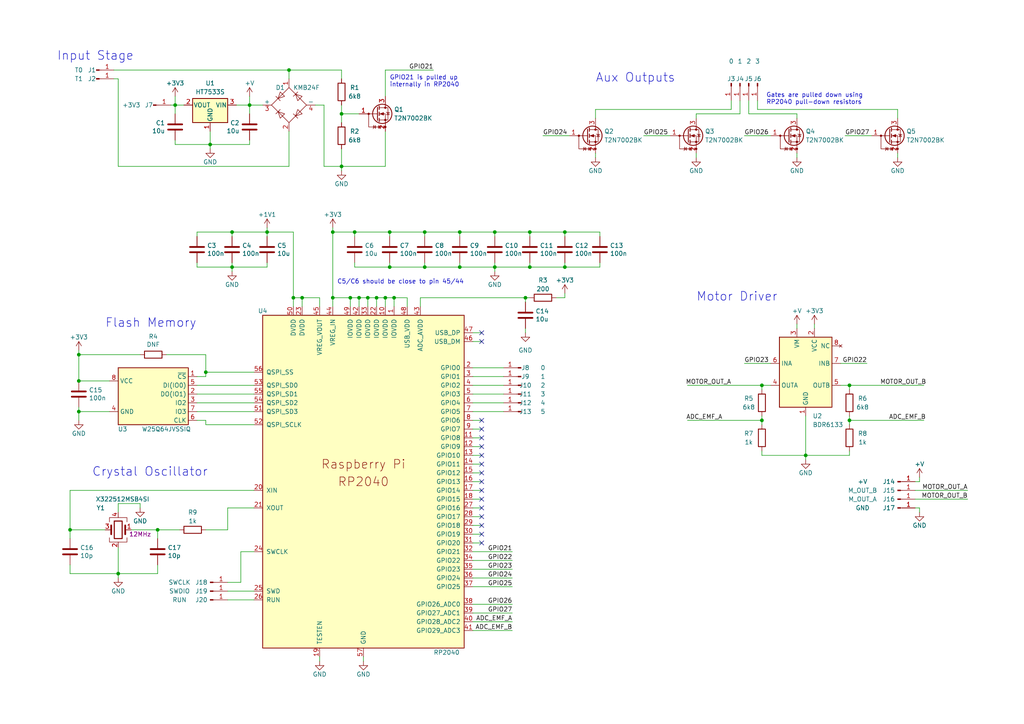
<source format=kicad_sch>
(kicad_sch (version 20230121) (generator eeschema)
  (paper "A4")
  (title_block (title "RP2040-Decoder") (date "2022-01-28") (rev "0.3"))
  (lib_symbols
    (symbol "Conn_01x01_Male_1" (pin_names (offset 1.016) hide)
      (property "Reference" "J1" (at -1.27 0 0))
      (property "Value" "DCC_0" (at -6.35 0 0))
      (symbol "Conn_01x01_Male_1_1_1"
        (polyline (pts (xy 1.27 0) (xy 0.8636 0)) (stroke (width 0.1524)))
        (rectangle (start 0.8636 0.127) (end 0 -0.127) (stroke (width 0.1524)) (fill (type outline)))
        (pin power_out line (at 5.08 0 180) (length 3.81) (name "Pin_1") (number "1"))
      )
    )
    (symbol "Conn_01x01_Male_2" (pin_names (offset 1.016) hide)
      (property "Reference" "J2" (at -1.27 0 0))
      (property "Value" "Conn_01x01_Male_2" (at -6.35 0 0))
      (symbol "Conn_01x01_Male_2_1_1"
        (polyline (pts (xy 1.27 0) (xy 0.8636 0)) (stroke (width 0.1524)))
        (rectangle (start 0.8636 0.127) (end 0 -0.127) (stroke (width 0.1524)) (fill (type outline)))
        (pin power_out line (at 5.08 0 180) (length 3.81) (name "Pin_1") (number "1"))
      )
    )
    (symbol "Connector:Conn_01x01_Male" (pin_names (offset 1.016) hide)
      (property "Reference" "J" (at 0 2.54 0))
      (property "Value" "Conn_01x01_Male" (at 0 -2.54 0))
      (symbol "Conn_01x01_Male_1_1"
        (polyline (pts (xy 1.27 0) (xy 0.8636 0)) (stroke (width 0.1524)))
        (rectangle (start 0.8636 0.127) (end 0 -0.127) (stroke (width 0.1524)) (fill (type outline)))
        (pin passive line (at 5.08 0 180) (length 3.81) (name "Pin_1") (number "1"))
      )
    )
    (symbol "Device:C" (pin_numbers hide) (pin_names (offset 0.254))
      (property "Reference" "C" (at 0.635 2.54 0))
      (property "Value" "C" (at 0.635 -2.54 0))
      (symbol "C_0_1"
        (polyline (pts (xy -2.032 -0.762) (xy 2.032 -0.762)) (stroke (width 0.508)))
        (polyline (pts (xy -2.032 0.762) (xy 2.032 0.762)) (stroke (width 0.508)))
      )
      (symbol "C_1_1"
        (pin passive line (at 0 3.81 270) (length 2.794) (name "~") (number "1"))
        (pin passive line (at 0 -3.81 90) (length 2.794) (name "~") (number "2"))
      )
    )
    (symbol "Device:R" (pin_numbers hide) (pin_names (offset 0))
      (property "Reference" "R" (at 2.032 0 90))
      (property "Value" "R" (at 0 0 90))
      (symbol "R_0_1"
        (rectangle (start -1.016 -2.54) (end 1.016 2.54) (stroke (width 0.254)))
      )
      (symbol "R_1_1"
        (pin passive line (at 0 3.81 270) (length 1.27) (name "~") (number "1"))
        (pin passive line (at 0 -3.81 90) (length 1.27) (name "~") (number "2"))
      )
    )
    (symbol "RP2040-Decoder_Additional_Symbols:+V" (power) (pin_names (offset 0))
      (property "Value" "+V" (at 0 3.556 0))
      (symbol "+V_0_1"
        (polyline (pts (xy -0.762 1.27) (xy 0 2.54)))
        (polyline (pts (xy 0 0) (xy 0 2.54)))
        (polyline (pts (xy 0 2.54) (xy 0.762 1.27)))
      )
      (symbol "+V_1_1"
        (pin power_in line (at 0 0 90) (length 0) hide (name "+V") (number "1"))
      )
    )
    (symbol "RP2040-Decoder_Additional_Symbols:BDR6133"
      (property "Reference" "U" (at 6.35 11.43 0))
      (property "Value" "BDR6133" (at -10.16 11.43 0))
      (symbol "BDR6133_0_1"
        (rectangle (start -7.62 10.16) (end 7.62 -10.16) (stroke (width 0.254)) (fill (type background)))
      )
      (symbol "BDR6133_1_1"
        (pin power_in line (at 0 -12.7 90) (length 2.54) (name "GND") (number "1"))
        (pin power_in line (at 2.54 12.7 270) (length 2.54) (name "VCC") (number "2"))
        (pin power_in line (at -2.54 12.7 270) (length 2.54) (name "VM") (number "3"))
        (pin output line (at -10.16 -3.81 0) (length 2.54) (name "OUTA") (number "4"))
        (pin output line (at 10.16 -3.81 180) (length 2.54) (name "OUTB") (number "5"))
        (pin input line (at -10.16 2.54 0) (length 2.54) (name "INA") (number "6"))
        (pin input line (at 10.16 2.54 180) (length 2.54) (name "INB") (number "7"))
        (pin no_connect line (at 10.16 7.62 180) (length 2.54) (name "NC") (number "8"))
        (pin passive line (at 0 -12.7 90) (length 2.54) hide (name "GND") (number "9"))
      )
    )
    (symbol "RP2040-Decoder_Additional_Symbols:HT7533S" (pin_names (offset 0.254))
      (property "Reference" "U" (at -3.81 3.175 0))
      (property "Value" "HT7533S" (at 0 3.175 0))
      (symbol "HT7533S_0_1"
        (rectangle (start -5.08 1.905) (end 5.08 -5.08) (stroke (width 0.254)) (fill (type background)))
      )
      (symbol "HT7533S_1_1"
        (pin power_in line (at 0 -7.62 90) (length 2.54) (name "GND") (number "1"))
        (pin power_out line (at 7.62 0 180) (length 2.54) (name "VOUT") (number "2"))
        (pin power_in line (at -7.62 0 0) (length 2.54) (name "VIN") (number "3"))
      )
    )
    (symbol "RP2040-Decoder_Additional_Symbols:KMB24F" (pin_names (offset 0))
      (property "Reference" "D" (at 2.54 6.985 0))
      (property "Value" "KMB24F" (at 2.54 5.08 0))
      (symbol "KMB24F_0_1"
        (polyline (pts (xy -2.54 3.81) (xy -1.27 2.54)))
        (polyline (pts (xy -1.27 -2.54) (xy -2.54 -3.81)))
        (polyline (pts (xy 2.54 -1.27) (xy 3.81 -2.54)))
        (polyline (pts (xy 2.54 1.27) (xy 3.81 2.54)))
        (polyline (pts (xy -3.81 2.54) (xy -2.54 1.27) (xy -1.905 3.175) (xy -3.81 2.54)))
        (polyline (pts (xy -2.54 -1.27) (xy -3.81 -2.54) (xy -1.905 -3.175) (xy -2.54 -1.27)))
        (polyline (pts (xy 1.27 2.54) (xy 2.54 3.81) (xy 3.175 1.905) (xy 1.27 2.54)))
        (polyline (pts (xy 3.175 -1.905) (xy 1.27 -2.54) (xy 2.54 -3.81) (xy 3.175 -1.905)))
        (polyline (pts (xy -5.08 0) (xy 0 -5.08) (xy 5.08 0) (xy 0 5.08) (xy -5.08 0)))
      )
      (symbol "KMB24F_1_1"
        (pin power_in line (at 0 -7.62 90) (length 2.54) (name "~") (number "1"))
        (pin power_in line (at 0 7.62 270) (length 2.54) (name "~") (number "2"))
        (pin power_out line (at 7.62 0 180) (length 2.54) (name "+") (number "3"))
        (pin power_out line (at -7.62 0 0) (length 2.54) (name "-") (number "4"))
      )
    )
    (symbol "RP2040-Decoder_Additional_Symbols:RP2040" (pin_names (offset 1.016))
      (property "Reference" "U" (at -29.21 49.53 0))
      (property "Value" "RP2040" (at 24.13 -49.53 0))
      (symbol "RP2040_0_0"
        (text "Raspberry Pi" (at 0 5.08 0) (effects (font (size 2.54 2.54))))
        (text "RP2040" (at 0 0 0) (effects (font (size 2.54 2.54))))
      )
      (symbol "RP2040_0_1"
        (rectangle (start 29.21 48.26) (end -29.21 -48.26) (stroke (width 0.254)) (fill (type background)))
      )
      (symbol "RP2040_1_1"
        (pin power_in line (at 8.89 50.8 270) (length 2.54) (name "IOVDD") (number "1"))
        (pin power_in line (at 6.35 50.8 270) (length 2.54) (name "IOVDD") (number "10"))
        (pin bidirectional line (at 31.75 12.7 180) (length 2.54) (name "GPIO8") (number "11"))
        (pin bidirectional line (at 31.75 10.16 180) (length 2.54) (name "GPIO9") (number "12"))
        (pin bidirectional line (at 31.75 7.62 180) (length 2.54) (name "GPIO10") (number "13"))
        (pin bidirectional line (at 31.75 5.08 180) (length 2.54) (name "GPIO11") (number "14"))
        (pin bidirectional line (at 31.75 2.54 180) (length 2.54) (name "GPIO12") (number "15"))
        (pin bidirectional line (at 31.75 0 180) (length 2.54) (name "GPIO13") (number "16"))
        (pin bidirectional line (at 31.75 -2.54 180) (length 2.54) (name "GPIO14") (number "17"))
        (pin bidirectional line (at 31.75 -5.08 180) (length 2.54) (name "GPIO15") (number "18"))
        (pin passive line (at -12.7 -50.8 90) (length 2.54) (name "TESTEN") (number "19"))
        (pin bidirectional line (at 31.75 33.02 180) (length 2.54) (name "GPIO0") (number "2"))
        (pin input line (at -31.75 -2.54 0) (length 2.54) (name "XIN") (number "20"))
        (pin passive line (at -31.75 -7.62 0) (length 2.54) (name "XOUT") (number "21"))
        (pin power_in line (at 3.81 50.8 270) (length 2.54) (name "IOVDD") (number "22"))
        (pin power_in line (at -17.78 50.8 270) (length 2.54) (name "DVDD") (number "23"))
        (pin output line (at -31.75 -20.32 0) (length 2.54) (name "SWCLK") (number "24"))
        (pin bidirectional line (at -31.75 -31.75 0) (length 2.54) (name "SWD") (number "25"))
        (pin input line (at -31.75 -34.29 0) (length 2.54) (name "RUN") (number "26"))
        (pin bidirectional line (at 31.75 -7.62 180) (length 2.54) (name "GPIO16") (number "27"))
        (pin bidirectional line (at 31.75 -10.16 180) (length 2.54) (name "GPIO17") (number "28"))
        (pin bidirectional line (at 31.75 -12.7 180) (length 2.54) (name "GPIO18") (number "29"))
        (pin bidirectional line (at 31.75 30.48 180) (length 2.54) (name "GPIO1") (number "3"))
        (pin bidirectional line (at 31.75 -15.24 180) (length 2.54) (name "GPIO19") (number "30"))
        (pin bidirectional line (at 31.75 -17.78 180) (length 2.54) (name "GPIO20") (number "31"))
        (pin bidirectional line (at 31.75 -20.32 180) (length 2.54) (name "GPIO21") (number "32"))
        (pin power_in line (at 1.27 50.8 270) (length 2.54) (name "IOVDD") (number "33"))
        (pin bidirectional line (at 31.75 -22.86 180) (length 2.54) (name "GPIO22") (number "34"))
        (pin bidirectional line (at 31.75 -25.4 180) (length 2.54) (name "GPIO23") (number "35"))
        (pin bidirectional line (at 31.75 -27.94 180) (length 2.54) (name "GPIO24") (number "36"))
        (pin bidirectional line (at 31.75 -30.48 180) (length 2.54) (name "GPIO25") (number "37"))
        (pin bidirectional line (at 31.75 -35.56 180) (length 2.54) (name "GPIO26_ADC0") (number "38"))
        (pin bidirectional line (at 31.75 -38.1 180) (length 2.54) (name "GPIO27_ADC1") (number "39"))
        (pin bidirectional line (at 31.75 27.94 180) (length 2.54) (name "GPIO2") (number "4"))
        (pin bidirectional line (at 31.75 -40.64 180) (length 2.54) (name "GPIO28_ADC2") (number "40"))
        (pin bidirectional line (at 31.75 -43.18 180) (length 2.54) (name "GPIO29_ADC3") (number "41"))
        (pin power_in line (at -1.27 50.8 270) (length 2.54) (name "IOVDD") (number "42"))
        (pin power_in line (at 16.51 50.8 270) (length 2.54) (name "ADC_AVDD") (number "43"))
        (pin power_in line (at -8.89 50.8 270) (length 2.54) (name "VREG_IN") (number "44"))
        (pin power_out line (at -12.7 50.8 270) (length 2.54) (name "VREG_VOUT") (number "45"))
        (pin bidirectional line (at 31.75 40.64 180) (length 2.54) (name "USB_DM") (number "46"))
        (pin bidirectional line (at 31.75 43.18 180) (length 2.54) (name "USB_DP") (number "47"))
        (pin power_in line (at 12.7 50.8 270) (length 2.54) (name "USB_VDD") (number "48"))
        (pin power_in line (at -3.81 50.8 270) (length 2.54) (name "IOVDD") (number "49"))
        (pin bidirectional line (at 31.75 25.4 180) (length 2.54) (name "GPIO3") (number "5"))
        (pin power_in line (at -20.32 50.8 270) (length 2.54) (name "DVDD") (number "50"))
        (pin bidirectional line (at -31.75 20.32 0) (length 2.54) (name "QSPI_SD3") (number "51"))
        (pin output line (at -31.75 16.51 0) (length 2.54) (name "QSPI_SCLK") (number "52"))
        (pin bidirectional line (at -31.75 27.94 0) (length 2.54) (name "QSPI_SD0") (number "53"))
        (pin bidirectional line (at -31.75 22.86 0) (length 2.54) (name "QSPI_SD2") (number "54"))
        (pin bidirectional line (at -31.75 25.4 0) (length 2.54) (name "QSPI_SD1") (number "55"))
        (pin bidirectional line (at -31.75 31.75 0) (length 2.54) (name "QSPI_SS") (number "56"))
        (pin power_in line (at 0 -50.8 90) (length 2.54) (name "GND") (number "57"))
        (pin bidirectional line (at 31.75 22.86 180) (length 2.54) (name "GPIO4") (number "6"))
        (pin bidirectional line (at 31.75 20.32 180) (length 2.54) (name "GPIO5") (number "7"))
        (pin bidirectional line (at 31.75 17.78 180) (length 2.54) (name "GPIO6") (number "8"))
        (pin bidirectional line (at 31.75 15.24 180) (length 2.54) (name "GPIO7") (number "9"))
      )
    )
    (symbol "RP2040-Decoder_Additional_Symbols:T2N7002BK" (pin_names (offset 0) hide)
      (property "Reference" "Q" (at 5.08 1.905 0))
      (property "Value" "T2N7002BK" (at 5.08 0 0))
      (symbol "T2N7002BK_0_1"
        (polyline (pts (xy 2.54 -3.81) (xy -2.286 -3.81) (xy -2.286 0)))
      )
      (symbol "T2N7002BK_1_1"
        (circle (center -2.286 0) (radius 0.254) (fill (type outline)))
        (polyline (pts (xy 0.254 0) (xy -2.54 0)))
        (polyline (pts (xy 0.254 1.905) (xy 0.254 -1.905)) (stroke (width 0.254)))
        (polyline (pts (xy 0.762 -1.27) (xy 0.762 -2.286)) (stroke (width 0.254)))
        (polyline (pts (xy 0.762 0.508) (xy 0.762 -0.508)) (stroke (width 0.254)))
        (polyline (pts (xy 0.762 2.286) (xy 0.762 1.27)) (stroke (width 0.254)))
        (polyline (pts (xy 2.54 2.54) (xy 2.54 1.778)))
        (polyline (pts (xy 2.54 -2.54) (xy 2.54 0) (xy 0.762 0)))
        (polyline (pts (xy -1.016 -4.318) (xy -0.889 -4.191) (xy -0.889 -3.429) (xy -0.762 -3.302)))
        (polyline (pts (xy -0.889 -3.81) (xy -0.254 -4.191) (xy -0.254 -3.429) (xy -0.889 -3.81)))
        (polyline (pts (xy 0.762 -1.778) (xy 3.302 -1.778) (xy 3.302 1.778) (xy 0.762 1.778)))
        (polyline (pts (xy 1.016 0) (xy 2.032 0.381) (xy 2.032 -0.381) (xy 1.016 0)) (fill (type outline)))
        (polyline (pts (xy 1.143 -3.81) (xy 0.508 -3.429) (xy 0.508 -4.191) (xy 1.143 -3.81)))
        (polyline (pts (xy 1.27 -3.302) (xy 1.143 -3.429) (xy 1.143 -4.191) (xy 1.016 -4.318)))
        (polyline (pts (xy 2.794 0.508) (xy 2.921 0.381) (xy 3.683 0.381) (xy 3.81 0.254)))
        (polyline (pts (xy 3.302 0.381) (xy 2.921 -0.254) (xy 3.683 -0.254) (xy 3.302 0.381)))
        (circle (center 1.651 0) (radius 2.794) (stroke (width 0.254)))
        (circle (center 2.54 -3.81) (radius 0.254) (fill (type outline)))
        (circle (center 2.54 -1.778) (radius 0.254) (fill (type outline)))
        (circle (center 2.54 1.778) (radius 0.254) (fill (type outline)))
        (pin input line (at -5.08 0 0) (length 2.54) (name "G") (number "1"))
        (pin passive line (at 2.54 -5.08 90) (length 2.54) (name "S") (number "2"))
        (pin passive line (at 2.54 5.08 270) (length 2.54) (name "D") (number "3"))
      )
    )
    (symbol "RP2040-Decoder_Additional_Symbols:W25Q64JVSSIQ"
      (property "Reference" "U" (at -8.89 -10.16 0))
      (property "Value" "W25Q64JVSSIQ" (at 3.81 -10.16 0))
      (symbol "W25Q64JVSSIQ_0_1"
        (rectangle (start -10.16 7.62) (end 10.16 -8.89) (stroke (width 0.254)) (fill (type background)))
      )
      (symbol "W25Q64JVSSIQ_1_1"
        (pin input line (at 12.7 5.08 180) (length 2.54) (name "~{CS}") (number "1"))
        (pin bidirectional line (at 12.7 0 180) (length 2.54) (name "DO(IO1)") (number "2"))
        (pin bidirectional line (at 12.7 -2.54 180) (length 2.54) (name "IO2") (number "3"))
        (pin power_in line (at -12.7 -5.08 0) (length 2.54) (name "GND") (number "4"))
        (pin bidirectional line (at 12.7 2.54 180) (length 2.54) (name "DI(IO0)") (number "5"))
        (pin input line (at 12.7 -7.62 180) (length 2.54) (name "CLK") (number "6"))
        (pin bidirectional line (at 12.7 -5.08 180) (length 2.54) (name "IO3") (number "7"))
        (pin power_in line (at -12.7 3.81 0) (length 2.54) (name "VCC") (number "8"))
      )
    )
    (symbol "RP2040-Decoder_Additional_Symbols:X322512MSB4SI" (pin_names (offset 1.016) hide)
      (property "Reference" "Y" (at 3.175 5.08 0))
      (property "Value" "X322512MSB4SI" (at 3.175 3.175 0))
      (property "Frequency" "12MHz" (at 6.35 -2.54 0))
      (symbol "X322512MSB4SI_0_1"
        (rectangle (start -1.143 2.54) (end 1.143 -2.54) (stroke (width 0.3048)))
        (polyline (pts (xy -2.54 0) (xy -2.032 0)))
        (polyline (pts (xy -2.032 -1.27) (xy -2.032 1.27)) (stroke (width 0.508)))
        (polyline (pts (xy 0 -3.81) (xy 0 -3.556)))
        (polyline (pts (xy 0 3.556) (xy 0 3.81)))
        (polyline (pts (xy 2.032 -1.27) (xy 2.032 1.27)) (stroke (width 0.508)))
        (polyline (pts (xy 2.032 0) (xy 2.54 0)))
        (polyline (pts (xy -2.54 -2.286) (xy -2.54 -3.556) (xy 2.54 -3.556) (xy 2.54 -2.286)))
        (polyline (pts (xy -2.54 2.286) (xy -2.54 3.556) (xy 2.54 3.556) (xy 2.54 2.286)))
      )
      (symbol "X322512MSB4SI_1_1"
        (pin passive line (at -3.81 0 0) (length 1.27) (name "1") (number "1"))
        (pin passive line (at 0 5.08 270) (length 1.27) (name "2") (number "2"))
        (pin passive line (at 3.81 0 180) (length 1.27) (name "3") (number "3"))
        (pin passive line (at 0 -5.08 90) (length 1.27) (name "4") (number "4"))
      )
    )
    (symbol "R_1" (pin_numbers hide) (pin_names (offset 0))
      (property "Reference" "R3" (at 0 5.08 90))
      (property "Value" "200" (at 0 2.54 90))
      (symbol "R_1_0_1"
        (rectangle (start -1.016 -2.54) (end 1.016 2.54) (stroke (width 0.254)))
      )
      (symbol "R_1_1_1"
        (pin passive line (at 0 3.81 270) (length 1.27) (name "~") (number "1"))
        (pin power_out line (at 0 -3.81 90) (length 1.27) (name "~") (number "2"))
      )
    )
    (symbol "power:+1V1" (power) (pin_names (offset 0))
      (property "Value" "+1V1" (at 0 3.556 0))
      (symbol "+1V1_0_1"
        (polyline (pts (xy -0.762 1.27) (xy 0 2.54)))
        (polyline (pts (xy 0 0) (xy 0 2.54)))
        (polyline (pts (xy 0 2.54) (xy 0.762 1.27)))
      )
      (symbol "+1V1_1_1"
        (pin power_in line (at 0 0 90) (length 0) hide (name "+1V1") (number "1"))
      )
    )
    (symbol "power:+3V3" (power) (pin_names (offset 0))
      (property "Value" "+3V3" (at 0 3.556 0))
      (symbol "+3V3_0_1"
        (polyline (pts (xy -0.762 1.27) (xy 0 2.54)))
        (polyline (pts (xy 0 0) (xy 0 2.54)))
        (polyline (pts (xy 0 2.54) (xy 0.762 1.27)))
      )
      (symbol "+3V3_1_1"
        (pin power_in line (at 0 0 90) (length 0) hide (name "+3V3") (number "1"))
      )
    )
    (symbol "power:GND" (power) (pin_names (offset 0))
      (property "Value" "GND" (at 0 -3.81 0))
      (symbol "GND_0_1"
        (polyline (pts (xy 0 0) (xy 0 -1.27) (xy 1.27 -1.27) (xy 0 -2.54) (xy -1.27 -1.27) (xy 0 -1.27)))
      )
      (symbol "GND_1_1"
        (pin power_in line (at 0 0 270) (length 0) hide (name "GND") (number "1"))
      )
    )
  )
  (junction (at 153.67 77.47))
  (junction (at 163.83 67.31))
  (junction (at 114.3 86.36))
  (junction (at 113.03 77.47))
  (junction (at 99.06 48.26))
  (junction (at 152.4 86.36))
  (junction (at 153.67 67.31))
  (junction (at 20.32 153.67))
  (junction (at 133.35 67.31))
  (junction (at 102.87 67.31))
  (junction (at 123.19 67.31))
  (junction (at 83.82 20.32))
  (junction (at 233.68 132.08))
  (junction (at 143.51 77.47))
  (junction (at 67.31 77.47))
  (junction (at 111.76 86.36))
  (junction (at 85.09 86.36))
  (junction (at 67.31 67.31))
  (junction (at 104.14 86.36))
  (junction (at 50.8 30.48))
  (junction (at 34.29 166.37))
  (junction (at 22.86 119.38))
  (junction (at 60.96 41.91))
  (junction (at 87.63 86.36))
  (junction (at 96.52 67.31))
  (junction (at 246.38 111.76))
  (junction (at 99.06 33.02))
  (junction (at 109.22 86.36))
  (junction (at 143.51 67.31))
  (junction (at 45.72 153.67))
  (junction (at 96.52 86.36))
  (junction (at 77.47 67.31))
  (junction (at 163.83 77.47))
  (junction (at 22.86 102.87))
  (junction (at 246.38 121.92))
  (junction (at 133.35 77.47))
  (junction (at 123.19 77.47))
  (junction (at 101.6 86.36))
  (junction (at 22.86 110.49))
  (junction (at 106.68 86.36))
  (junction (at 113.03 67.31))
  (junction (at 220.98 121.92))
  (junction (at 59.69 107.95))
  (junction (at 220.98 111.76))
  (junction (at 72.39 30.48))
  (no_connect (at 139.7 154.94))
  (no_connect (at 139.7 142.24))
  (no_connect (at 139.7 121.92))
  (no_connect (at 139.7 137.16))
  (no_connect (at 139.7 144.78))
  (no_connect (at 139.7 139.7))
  (no_connect (at 139.7 147.32))
  (no_connect (at 139.7 152.4))
  (no_connect (at 139.7 129.54))
  (no_connect (at 139.7 99.06))
  (no_connect (at 139.7 134.62))
  (no_connect (at 139.7 124.46))
  (no_connect (at 139.7 127))
  (no_connect (at 139.7 96.52))
  (no_connect (at 139.7 157.48))
  (no_connect (at 139.7 132.08))
  (no_connect (at 139.7 149.86))
  (wire (pts (xy 246.38 113.03) (xy 246.38 111.76)))
  (wire (pts (xy 152.4 86.36) (xy 153.67 86.36)))
  (wire (pts (xy 59.69 107.95) (xy 73.66 107.95)))
  (wire (pts (xy 233.68 132.08) (xy 220.98 132.08)))
  (wire (pts (xy 121.92 86.36) (xy 152.4 86.36)))
  (wire (pts (xy 260.35 44.45) (xy 260.35 45.72)))
  (wire (pts (xy 92.71 190.5) (xy 92.71 191.77)))
  (wire (pts (xy 34.29 48.26) (xy 83.82 48.26)))
  (wire (pts (xy 157.48 39.37) (xy 165.1 39.37)))
  (wire (pts (xy 102.87 68.58) (xy 102.87 67.31)))
  (wire (pts (xy 163.83 67.31) (xy 163.83 68.58)))
  (wire (pts (xy 143.51 78.74) (xy 143.51 77.47)))
  (wire (pts (xy 215.9 39.37) (xy 223.52 39.37)))
  (wire (pts (xy 199.39 121.92) (xy 220.98 121.92)))
  (wire (pts (xy 45.72 153.67) (xy 52.07 153.67)))
  (wire (pts (xy 101.6 86.36) (xy 104.14 86.36)))
  (wire (pts (xy 137.16 175.26) (xy 148.59 175.26)))
  (wire (pts (xy 67.31 67.31) (xy 77.47 67.31)))
  (wire (pts (xy 45.72 163.83) (xy 45.72 166.37)))
  (wire (pts (xy 111.76 86.36) (xy 111.76 88.9)))
  (wire (pts (xy 87.63 86.36) (xy 87.63 88.9)))
  (wire (pts (xy 60.96 41.91) (xy 72.39 41.91)))
  (wire (pts (xy 113.03 67.31) (xy 113.03 68.58)))
  (wire (pts (xy 96.52 86.36) (xy 96.52 88.9)))
  (wire (pts (xy 233.68 132.08) (xy 233.68 133.35)))
  (wire (pts (xy 34.29 146.05) (xy 40.64 146.05)))
  (wire (pts (xy 143.51 67.31) (xy 143.51 68.58)))
  (wire (pts (xy 67.31 77.47) (xy 67.31 76.2)))
  (wire (pts (xy 93.98 30.48) (xy 93.98 48.26)))
  (wire (pts (xy 137.16 157.48) (xy 139.7 157.48)))
  (wire (pts (xy 153.67 67.31) (xy 163.83 67.31)))
  (wire (pts (xy 67.31 67.31) (xy 67.31 68.58)))
  (wire (pts (xy 57.15 77.47) (xy 67.31 77.47)))
  (wire (pts (xy 214.63 29.21) (xy 214.63 33.02)))
  (wire (pts (xy 172.72 44.45) (xy 172.72 45.72)))
  (wire (pts (xy 163.83 86.36) (xy 163.83 85.09)))
  (wire (pts (xy 77.47 77.47) (xy 67.31 77.47)))
  (wire (pts (xy 153.67 77.47) (xy 163.83 77.47)))
  (wire (pts (xy 266.7 147.32) (xy 266.7 148.59)))
  (wire (pts (xy 231.14 33.02) (xy 231.14 34.29)))
  (wire (pts (xy 77.47 67.31) (xy 77.47 68.58)))
  (wire (pts (xy 69.85 168.91) (xy 69.85 160.02)))
  (wire (pts (xy 92.71 86.36) (xy 87.63 86.36)))
  (wire (pts (xy 96.52 67.31) (xy 96.52 86.36)))
  (wire (pts (xy 114.3 86.36) (xy 114.3 88.9)))
  (wire (pts (xy 137.16 177.8) (xy 148.59 177.8)))
  (wire (pts (xy 220.98 111.76) (xy 223.52 111.76)))
  (wire (pts (xy 113.03 76.2) (xy 113.03 77.47)))
  (wire (pts (xy 215.9 105.41) (xy 223.52 105.41)))
  (wire (pts (xy 105.41 190.5) (xy 105.41 191.77)))
  (wire (pts (xy 137.16 109.22) (xy 146.05 109.22)))
  (wire (pts (xy 57.15 68.58) (xy 57.15 67.31)))
  (wire (pts (xy 137.16 170.18) (xy 148.59 170.18)))
  (wire (pts (xy 33.02 20.32) (xy 83.82 20.32)))
  (wire (pts (xy 243.84 105.41) (xy 251.46 105.41)))
  (wire (pts (xy 34.29 166.37) (xy 45.72 166.37)))
  (wire (pts (xy 99.06 33.02) (xy 104.14 33.02)))
  (wire (pts (xy 137.16 149.86) (xy 139.7 149.86)))
  (wire (pts (xy 137.16 119.38) (xy 146.05 119.38)))
  (wire (pts (xy 137.16 111.76) (xy 146.05 111.76)))
  (wire (pts (xy 137.16 124.46) (xy 139.7 124.46)))
  (wire (pts (xy 66.04 171.45) (xy 73.66 171.45)))
  (wire (pts (xy 163.83 67.31) (xy 173.99 67.31)))
  (wire (pts (xy 45.72 153.67) (xy 45.72 156.21)))
  (wire (pts (xy 133.35 77.47) (xy 123.19 77.47)))
  (wire (pts (xy 66.04 168.91) (xy 69.85 168.91)))
  (wire (pts (xy 20.32 163.83) (xy 20.32 166.37)))
  (wire (pts (xy 20.32 153.67) (xy 30.48 153.67)))
  (wire (pts (xy 137.16 137.16) (xy 139.7 137.16)))
  (wire (pts (xy 72.39 30.48) (xy 68.58 30.48)))
  (wire (pts (xy 220.98 130.81) (xy 220.98 132.08)))
  (wire (pts (xy 20.32 166.37) (xy 34.29 166.37)))
  (wire (pts (xy 99.06 43.18) (xy 99.06 48.26)))
  (wire (pts (xy 152.4 95.25) (xy 152.4 96.52)))
  (wire (pts (xy 109.22 86.36) (xy 109.22 88.9)))
  (wire (pts (xy 59.69 153.67) (xy 66.04 153.67)))
  (wire (pts (xy 123.19 67.31) (xy 123.19 68.58)))
  (wire (pts (xy 201.93 33.02) (xy 214.63 33.02)))
  (wire (pts (xy 220.98 121.92) (xy 220.98 120.65)))
  (wire (pts (xy 57.15 116.84) (xy 73.66 116.84)))
  (wire (pts (xy 143.51 77.47) (xy 133.35 77.47)))
  (wire (pts (xy 76.2 30.48) (xy 72.39 30.48)))
  (wire (pts (xy 57.15 121.92) (xy 59.69 121.92)))
  (wire (pts (xy 31.75 110.49) (xy 22.86 110.49)))
  (wire (pts (xy 121.92 88.9) (xy 121.92 86.36)))
  (wire (pts (xy 137.16 167.64) (xy 148.59 167.64)))
  (wire (pts (xy 72.39 30.48) (xy 72.39 27.94)))
  (wire (pts (xy 265.43 147.32) (xy 266.7 147.32)))
  (wire (pts (xy 212.09 29.21) (xy 212.09 31.75)))
  (wire (pts (xy 137.16 165.1) (xy 148.59 165.1)))
  (wire (pts (xy 104.14 86.36) (xy 104.14 88.9)))
  (wire (pts (xy 83.82 20.32) (xy 99.06 20.32)))
  (wire (pts (xy 137.16 96.52) (xy 139.7 96.52)))
  (wire (pts (xy 111.76 38.1) (xy 111.76 48.26)))
  (wire (pts (xy 60.96 41.91) (xy 50.8 41.91)))
  (wire (pts (xy 102.87 67.31) (xy 113.03 67.31)))
  (wire (pts (xy 143.51 77.47) (xy 153.67 77.47)))
  (wire (pts (xy 173.99 77.47) (xy 163.83 77.47)))
  (wire (pts (xy 50.8 40.64) (xy 50.8 41.91)))
  (wire (pts (xy 212.09 31.75) (xy 172.72 31.75)))
  (wire (pts (xy 186.69 39.37) (xy 194.31 39.37)))
  (wire (pts (xy 246.38 111.76) (xy 267.97 111.76)))
  (wire (pts (xy 22.86 121.92) (xy 22.86 119.38)))
  (wire (pts (xy 38.1 153.67) (xy 45.72 153.67)))
  (wire (pts (xy 59.69 102.87) (xy 59.69 107.95)))
  (wire (pts (xy 20.32 153.67) (xy 20.32 156.21)))
  (wire (pts (xy 137.16 182.88) (xy 148.59 182.88)))
  (wire (pts (xy 220.98 123.19) (xy 220.98 121.92)))
  (wire (pts (xy 59.69 109.22) (xy 59.69 107.95)))
  (wire (pts (xy 113.03 77.47) (xy 123.19 77.47)))
  (wire (pts (xy 246.38 121.92) (xy 246.38 120.65)))
  (wire (pts (xy 137.16 152.4) (xy 139.7 152.4)))
  (wire (pts (xy 201.93 44.45) (xy 201.93 45.72)))
  (wire (pts (xy 266.7 138.43) (xy 266.7 139.7)))
  (wire (pts (xy 106.68 86.36) (xy 109.22 86.36)))
  (wire (pts (xy 137.16 132.08) (xy 139.7 132.08)))
  (wire (pts (xy 34.29 158.75) (xy 34.29 166.37)))
  (wire (pts (xy 102.87 77.47) (xy 102.87 76.2)))
  (wire (pts (xy 106.68 86.36) (xy 106.68 88.9)))
  (wire (pts (xy 20.32 142.24) (xy 20.32 153.67)))
  (wire (pts (xy 118.11 86.36) (xy 118.11 88.9)))
  (wire (pts (xy 22.86 119.38) (xy 22.86 118.11)))
  (wire (pts (xy 123.19 67.31) (xy 133.35 67.31)))
  (wire (pts (xy 137.16 116.84) (xy 146.05 116.84)))
  (wire (pts (xy 99.06 49.53) (xy 99.06 48.26)))
  (wire (pts (xy 22.86 102.87) (xy 40.64 102.87)))
  (wire (pts (xy 137.16 162.56) (xy 148.59 162.56)))
  (wire (pts (xy 219.71 29.21) (xy 219.71 31.75)))
  (wire (pts (xy 57.15 114.3) (xy 73.66 114.3)))
  (wire (pts (xy 173.99 67.31) (xy 173.99 68.58)))
  (wire (pts (xy 66.04 147.32) (xy 73.66 147.32)))
  (wire (pts (xy 123.19 76.2) (xy 123.19 77.47)))
  (wire (pts (xy 99.06 20.32) (xy 99.06 22.86)))
  (wire (pts (xy 87.63 86.36) (xy 85.09 86.36)))
  (wire (pts (xy 146.05 106.68) (xy 137.16 106.68)))
  (wire (pts (xy 60.96 41.91) (xy 60.96 43.18)))
  (wire (pts (xy 33.02 22.86) (xy 34.29 22.86)))
  (wire (pts (xy 73.66 142.24) (xy 20.32 142.24)))
  (wire (pts (xy 236.22 93.98) (xy 236.22 95.25)))
  (wire (pts (xy 199.39 111.76) (xy 220.98 111.76)))
  (wire (pts (xy 246.38 121.92) (xy 246.38 123.19)))
  (wire (pts (xy 57.15 76.2) (xy 57.15 77.47)))
  (wire (pts (xy 246.38 111.76) (xy 243.84 111.76)))
  (wire (pts (xy 260.35 31.75) (xy 260.35 34.29)))
  (wire (pts (xy 111.76 86.36) (xy 114.3 86.36)))
  (wire (pts (xy 57.15 111.76) (xy 73.66 111.76)))
  (wire (pts (xy 133.35 67.31) (xy 133.35 68.58)))
  (wire (pts (xy 83.82 38.1) (xy 83.82 48.26)))
  (wire (pts (xy 49.53 30.48) (xy 50.8 30.48)))
  (wire (pts (xy 280.67 144.78) (xy 265.43 144.78)))
  (wire (pts (xy 172.72 31.75) (xy 172.72 34.29)))
  (wire (pts (xy 92.71 86.36) (xy 92.71 88.9)))
  (wire (pts (xy 137.16 154.94) (xy 139.7 154.94)))
  (wire (pts (xy 266.7 139.7) (xy 265.43 139.7)))
  (wire (pts (xy 246.38 121.92) (xy 267.97 121.92)))
  (wire (pts (xy 173.99 76.2) (xy 173.99 77.47)))
  (wire (pts (xy 77.47 67.31) (xy 77.47 66.04)))
  (wire (pts (xy 102.87 77.47) (xy 113.03 77.47)))
  (wire (pts (xy 57.15 67.31) (xy 67.31 67.31)))
  (wire (pts (xy 133.35 67.31) (xy 143.51 67.31)))
  (wire (pts (xy 99.06 33.02) (xy 99.06 35.56)))
  (wire (pts (xy 245.11 39.37) (xy 252.73 39.37)))
  (wire (pts (xy 137.16 147.32) (xy 139.7 147.32)))
  (wire (pts (xy 219.71 31.75) (xy 260.35 31.75)))
  (wire (pts (xy 201.93 34.29) (xy 201.93 33.02)))
  (wire (pts (xy 231.14 44.45) (xy 231.14 45.72)))
  (wire (pts (xy 91.44 30.48) (xy 93.98 30.48)))
  (wire (pts (xy 109.22 86.36) (xy 111.76 86.36)))
  (wire (pts (xy 137.16 127) (xy 139.7 127)))
  (wire (pts (xy 77.47 67.31) (xy 85.09 67.31)))
  (wire (pts (xy 34.29 146.05) (xy 34.29 148.59)))
  (wire (pts (xy 57.15 109.22) (xy 59.69 109.22)))
  (wire (pts (xy 50.8 30.48) (xy 50.8 33.02)))
  (wire (pts (xy 153.67 77.47) (xy 153.67 76.2)))
  (wire (pts (xy 137.16 180.34) (xy 148.59 180.34)))
  (wire (pts (xy 67.31 78.74) (xy 67.31 77.47)))
  (wire (pts (xy 59.69 123.19) (xy 73.66 123.19)))
  (wire (pts (xy 137.16 139.7) (xy 139.7 139.7)))
  (wire (pts (xy 77.47 76.2) (xy 77.47 77.47)))
  (wire (pts (xy 217.17 33.02) (xy 231.14 33.02)))
  (wire (pts (xy 137.16 160.02) (xy 148.59 160.02)))
  (wire (pts (xy 57.15 119.38) (xy 73.66 119.38)))
  (wire (pts (xy 161.29 86.36) (xy 163.83 86.36)))
  (wire (pts (xy 137.16 121.92) (xy 139.7 121.92)))
  (wire (pts (xy 72.39 30.48) (xy 72.39 33.02)))
  (wire (pts (xy 220.98 113.03) (xy 220.98 111.76)))
  (wire (pts (xy 231.14 93.98) (xy 231.14 95.25)))
  (wire (pts (xy 280.67 142.24) (xy 265.43 142.24)))
  (wire (pts (xy 59.69 121.92) (xy 59.69 123.19)))
  (wire (pts (xy 104.14 86.36) (xy 106.68 86.36)))
  (wire (pts (xy 137.16 114.3) (xy 146.05 114.3)))
  (wire (pts (xy 133.35 76.2) (xy 133.35 77.47)))
  (wire (pts (xy 102.87 67.31) (xy 96.52 67.31)))
  (wire (pts (xy 137.16 129.54) (xy 139.7 129.54)))
  (wire (pts (xy 22.86 101.6) (xy 22.86 102.87)))
  (wire (pts (xy 137.16 99.06) (xy 139.7 99.06)))
  (wire (pts (xy 50.8 30.48) (xy 50.8 27.94)))
  (wire (pts (xy 137.16 142.24) (xy 139.7 142.24)))
  (wire (pts (xy 114.3 86.36) (xy 118.11 86.36)))
  (wire (pts (xy 101.6 86.36) (xy 96.52 86.36)))
  (wire (pts (xy 85.09 86.36) (xy 85.09 88.9)))
  (wire (pts (xy 69.85 160.02) (xy 73.66 160.02)))
  (wire (pts (xy 83.82 22.86) (xy 83.82 20.32)))
  (wire (pts (xy 72.39 40.64) (xy 72.39 41.91)))
  (wire (pts (xy 93.98 48.26) (xy 99.06 48.26)))
  (wire (pts (xy 34.29 166.37) (xy 34.29 167.64)))
  (wire (pts (xy 217.17 29.21) (xy 217.17 33.02)))
  (wire (pts (xy 66.04 153.67) (xy 66.04 147.32)))
  (wire (pts (xy 143.51 67.31) (xy 153.67 67.31)))
  (wire (pts (xy 40.64 146.05) (xy 40.64 147.32)))
  (wire (pts (xy 60.96 38.1) (xy 60.96 41.91)))
  (wire (pts (xy 53.34 30.48) (xy 50.8 30.48)))
  (wire (pts (xy 152.4 86.36) (xy 152.4 87.63)))
  (wire (pts (xy 137.16 134.62) (xy 139.7 134.62)))
  (wire (pts (xy 111.76 20.32) (xy 111.76 27.94)))
  (wire (pts (xy 66.04 173.99) (xy 73.66 173.99)))
  (wire (pts (xy 48.26 102.87) (xy 59.69 102.87)))
  (wire (pts (xy 233.68 120.65) (xy 233.68 132.08)))
  (wire (pts (xy 137.16 144.78) (xy 139.7 144.78)))
  (wire (pts (xy 96.52 66.04) (xy 96.52 67.31)))
  (wire (pts (xy 113.03 67.31) (xy 123.19 67.31)))
  (wire (pts (xy 111.76 20.32) (xy 125.73 20.32)))
  (wire (pts (xy 85.09 67.31) (xy 85.09 86.36)))
  (wire (pts (xy 99.06 48.26) (xy 111.76 48.26)))
  (wire (pts (xy 163.83 77.47) (xy 163.83 76.2)))
  (wire (pts (xy 153.67 67.31) (xy 153.67 68.58)))
  (wire (pts (xy 246.38 130.81) (xy 246.38 132.08)))
  (wire (pts (xy 101.6 88.9) (xy 101.6 86.36)))
  (wire (pts (xy 34.29 22.86) (xy 34.29 48.26)))
  (wire (pts (xy 99.06 30.48) (xy 99.06 33.02)))
  (wire (pts (xy 143.51 76.2) (xy 143.51 77.47)))
  (wire (pts (xy 22.86 119.38) (xy 31.75 119.38)))
  (wire (pts (xy 233.68 132.08) (xy 246.38 132.08)))
  (wire (pts (xy 22.86 102.87) (xy 22.86 110.49)))
  (text "Gates are pulled down using\nRP2040 pull-down resistors" (at 222.25 30.48 0) (effects (font (size 1.27 1.27)) (justify left bottom)))
  (text "Motor Driver" (at 201.93 87.63 0) (effects (font (size 2.54 2.54)) (justify left bottom)))
  (text "GPIO21 is pulled up\ninternally in RP2040" (at 113.03 25.4 0) (effects (font (size 1.27 1.27)) (justify left bottom)))
  (text "Aux Outputs" (at 172.72 24.13 0) (effects (font (size 2.54 2.54)) (justify left bottom)))
  (text "Crystal Oscillator" (at 26.67 138.43 0) (effects (font (size 2.54 2.54)) (justify left bottom)))
  (text "C5/C6 should be close to pin 45/44" (at 97.79 82.55 0) (effects (font (size 1.27 1.27)) (justify left bottom)))
  (text "Flash Memory" (at 30.48 95.25 0) (effects (font (size 2.54 2.54)) (justify left bottom)))
  (text "Input Stage" (at 16.51 17.78 0) (effects (font (size 2.54 2.54)) (justify left bottom)))
  (label "GPIO24" (at 148.59 167.64 180))
  (label "MOTOR_OUT_B" (at 255.27 111.76 0))
  (label "ADC_EMF_A" (at 148.59 180.34 180))
  (label "GPIO27" (at 245.11 39.37 0))
  (label "GPIO22" (at 148.59 162.56 180))
  (label "ADC_EMF_A" (at 209.55 121.92 180))
  (label "GPIO21" (at 125.73 20.32 180))
  (label "ADC_EMF_B" (at 148.59 182.88 180))
  (label "GPIO23" (at 215.9 105.41 0))
  (label "GPIO24" (at 157.48 39.37 0))
  (label "GPIO26" (at 215.9 39.37 0))
  (label "MOTOR_OUT_A" (at 280.67 142.24 180))
  (label "GPIO25" (at 148.59 170.18 180))
  (label "GPIO22" (at 251.46 105.41 180))
  (label "GPIO23" (at 148.59 165.1 180))
  (label "GPIO21" (at 148.59 160.02 180))
  (label "MOTOR_OUT_A" (at 212.09 111.76 180))
  (label "ADC_EMF_B" (at 257.81 121.92 0))
  (label "GPIO26" (at 148.59 175.26 180))
  (label "GPIO27" (at 148.59 177.8 180))
  (label "MOTOR_OUT_B" (at 280.67 144.78 180))
  (label "GPIO25" (at 186.69 39.37 0))
  (symbol (lib_id "Device:C") (at 102.87 72.39 0) (unit 1)
    (property "Reference" "C6" (at 105.791 71.2216 0) (effects (justify left)))
    (property "Value" "10u" (at 105.791 73.533 0) (effects (justify left)))
    (property "Footprint" "RP2040-Decoder_Additional_Footprints:C_0603_1608Metric" (effects hide))
  )
  (symbol (lib_id "Device:C") (at 77.47 72.39 0) (unit 1)
    (property "Reference" "C5" (at 80.391 71.2216 0) (effects (justify left)))
    (property "Value" "10u" (at 80.391 73.533 0) (effects (justify left)))
    (property "Footprint" "RP2040-Decoder_Additional_Footprints:C_0603_1608Metric" (effects hide))
  )
  (symbol (lib_id "Device:C") (at 113.03 72.39 0) (unit 1)
    (property "Reference" "C7" (at 115.951 71.2216 0) (effects (justify left)))
    (property "Value" "100n" (at 115.951 73.533 0) (effects (justify left)))
    (property "Footprint" "RP2040-Decoder_Additional_Footprints:C_0603_1608Metric" (effects hide))
  )
  (symbol (lib_id "Device:C") (at 123.19 72.39 0) (unit 1)
    (property "Reference" "C8" (at 126.111 71.2216 0) (effects (justify left)))
    (property "Value" "100n" (at 126.111 73.533 0) (effects (justify left)))
    (property "Footprint" "RP2040-Decoder_Additional_Footprints:C_0603_1608Metric" (effects hide))
  )
  (symbol (lib_id "Device:C") (at 133.35 72.39 0) (unit 1)
    (property "Reference" "C9" (at 136.271 71.2216 0) (effects (justify left)))
    (property "Value" "100n" (at 136.271 73.533 0) (effects (justify left)))
    (property "Footprint" "RP2040-Decoder_Additional_Footprints:C_0603_1608Metric" (effects hide))
  )
  (symbol (lib_id "Device:C") (at 143.51 72.39 0) (unit 1)
    (property "Reference" "C10" (at 146.431 71.2216 0) (effects (justify left)))
    (property "Value" "100n" (at 146.431 73.533 0) (effects (justify left)))
    (property "Footprint" "RP2040-Decoder_Additional_Footprints:C_0603_1608Metric" (effects hide))
  )
  (symbol (lib_id "power:+1V1") (at 77.47 66.04 0) (unit 1)
    (property "Reference" "#PWR09" (effects hide))
    (property "Value" "+1V1" (at 77.47 62.23 0))
  )
  (symbol (lib_id "Device:C") (at 67.31 72.39 0) (unit 1)
    (property "Reference" "C4" (at 70.231 71.2216 0) (effects (justify left)))
    (property "Value" "100n" (at 70.231 73.533 0) (effects (justify left)))
    (property "Footprint" "RP2040-Decoder_Additional_Footprints:C_0603_1608Metric" (effects hide))
  )
  (symbol (lib_id "Device:C") (at 57.15 72.39 0) (unit 1)
    (property "Reference" "C3" (at 60.071 71.2216 0) (effects (justify left)))
    (property "Value" "100n" (at 60.071 73.533 0) (effects (justify left)))
    (property "Footprint" "RP2040-Decoder_Additional_Footprints:C_0603_1608Metric" (effects hide))
  )
  (symbol (lib_id "Device:C") (at 153.67 72.39 0) (unit 1)
    (property "Reference" "C11" (at 156.591 71.2216 0) (effects (justify left)))
    (property "Value" "100n" (at 156.591 73.533 0) (effects (justify left)))
    (property "Footprint" "RP2040-Decoder_Additional_Footprints:C_0603_1608Metric" (effects hide))
  )
  (symbol (lib_id "Device:C") (at 163.83 72.39 0) (unit 1)
    (property "Reference" "C12" (at 166.751 71.2216 0) (effects (justify left)))
    (property "Value" "100n" (at 166.751 73.533 0) (effects (justify left)))
    (property "Footprint" "RP2040-Decoder_Additional_Footprints:C_0603_1608Metric" (effects hide))
  )
  (symbol (lib_id "Device:C") (at 173.99 72.39 0) (unit 1)
    (property "Reference" "C13" (at 176.911 71.2216 0) (effects (justify left)))
    (property "Value" "100n" (at 176.911 73.533 0) (effects (justify left)))
    (property "Footprint" "RP2040-Decoder_Additional_Footprints:C_0603_1608Metric" (effects hide))
  )
  (symbol (lib_id "Device:C") (at 152.4 91.44 0) (unit 1)
    (property "Reference" "C14" (at 155.321 90.2716 0) (effects (justify left)))
    (property "Value" "10u" (at 155.321 92.583 0) (effects (justify left)))
    (property "Footprint" "RP2040-Decoder_Additional_Footprints:C_0603_1608Metric" (effects hide))
  )
  (symbol (lib_id "Device:C") (at 22.86 114.3 0) (unit 1)
    (property "Reference" "C15" (at 25.781 113.1316 0) (effects (justify left)))
    (property "Value" "100n" (at 25.781 115.443 0) (effects (justify left)))
    (property "Footprint" "RP2040-Decoder_Additional_Footprints:C_0603_1608Metric" (effects hide))
  )
  (symbol (lib_id "Device:R") (at 44.45 102.87 270) (unit 1)
    (property "Reference" "R4" (at 44.45 97.6122 90))
    (property "Value" "DNF" (at 44.45 99.9236 90))
    (property "Footprint" "RP2040-Decoder_Additional_Footprints:R_0603_1608Metric" (effects hide))
  )
  (symbol (lib_id "Device:C") (at 20.32 160.02 0) (unit 1)
    (property "Reference" "C16" (at 23.241 158.8516 0) (effects (justify left)))
    (property "Value" "10p" (at 23.241 161.163 0) (effects (justify left)))
    (property "Footprint" "RP2040-Decoder_Additional_Footprints:C_0603_1608Metric" (effects hide))
  )
  (symbol (lib_id "Device:C") (at 45.72 160.02 0) (unit 1)
    (property "Reference" "C17" (at 48.641 158.8516 0) (effects (justify left)))
    (property "Value" "10p" (at 48.641 161.163 0) (effects (justify left)))
    (property "Footprint" "RP2040-Decoder_Additional_Footprints:C_0603_1608Metric" (effects hide))
  )
  (symbol (lib_id "power:GND") (at 34.29 167.64 0) (unit 1)
    (property "Reference" "#PWR022" (effects hide))
    (property "Value" "GND" (at 34.29 171.45 0))
  )
  (symbol (lib_id "Device:R") (at 55.88 153.67 270) (unit 1)
    (property "Reference" "R9" (at 55.88 148.59 90))
    (property "Value" "1k" (at 55.88 151.13 90))
    (property "Footprint" "RP2040-Decoder_Additional_Footprints:R_0603_1608Metric" (effects hide))
  )
  (symbol (lib_id "Device:C") (at 72.39 36.83 0) (mirror y) (unit 1)
    (property "Reference" "C2" (at 69.469 35.6616 0) (effects (justify left)))
    (property "Value" "10u" (at 69.469 37.973 0) (effects (justify left)))
    (property "Footprint" "RP2040-Decoder_Additional_Footprints:C_0603_1608Metric" (effects hide))
  )
  (symbol (lib_id "Device:C") (at 50.8 36.83 0) (mirror y) (unit 1)
    (property "Reference" "C1" (at 47.879 35.6616 0) (effects (justify left)))
    (property "Value" "10u" (at 47.879 37.973 0) (effects (justify left)))
    (property "Footprint" "RP2040-Decoder_Additional_Footprints:C_0603_1608Metric" (effects hide))
  )
  (symbol (lib_id "power:+3V3") (at 50.8 27.94 0) (mirror y) (unit 1)
    (property "Reference" "#PWR01" (effects hide))
    (property "Value" "+3V3" (at 50.8 24.13 0))
  )
  (symbol (lib_id "Device:R") (at 246.38 116.84 180) (unit 1)
    (property "Reference" "R6" (at 250.19 115.57 0))
    (property "Value" "6k8" (at 250.19 118.11 0))
    (property "Footprint" "RP2040-Decoder_Additional_Footprints:R_0603_1608Metric" (effects hide))
  )
  (symbol (lib_id "Device:R") (at 246.38 127 180) (unit 1)
    (property "Reference" "R8" (at 250.19 125.73 0))
    (property "Value" "1k" (at 250.19 128.27 0))
    (property "Footprint" "RP2040-Decoder_Additional_Footprints:R_0603_1608Metric" (effects hide))
  )
  (symbol (lib_id "Device:R") (at 220.98 127 180) (unit 1)
    (property "Reference" "R7" (at 217.17 125.73 0))
    (property "Value" "1k" (at 217.17 128.27 0))
    (property "Footprint" "RP2040-Decoder_Additional_Footprints:R_0603_1608Metric" (effects hide))
  )
  (symbol (lib_id "Device:R") (at 220.98 116.84 180) (unit 1)
    (property "Reference" "R5" (at 217.17 115.57 0))
    (property "Value" "6k8" (at 217.17 118.11 0))
    (property "Footprint" "RP2040-Decoder_Additional_Footprints:R_0603_1608Metric" (effects hide))
  )
  (symbol (lib_id "Device:R") (at 99.06 39.37 180) (unit 1)
    (property "Reference" "R2" (at 102.87 38.1 0))
    (property "Value" "6k8" (at 102.87 40.64 0))
    (property "Footprint" "RP2040-Decoder_Additional_Footprints:R_0603_1608Metric" (effects hide))
  )
  (symbol (lib_id "power:GND") (at 266.7 148.59 0) (mirror y) (unit 1)
    (property "Reference" "#PWR021" (effects hide))
    (property "Value" "GND" (at 266.7 152.4 0))
  )
  (symbol (lib_id "Connector:Conn_01x01_Male") (at 217.17 24.13 270) (unit 1)
    (property "Reference" "J5" (at 217.17 22.86 90))
    (property "Value" "2" (at 217.17 17.78 90))
    (property "Footprint" "TestPoint:TestPoint_Pad_D2.0mm" (effects hide))
  )
  (symbol (lib_id "RP2040-Decoder_Additional_Symbols:W25Q64JVSSIQ") (at 44.45 114.3 0) (unit 1)
    (property "Reference" "U3" (at 35.56 124.46 0))
    (property "Value" "W25Q64JVSSIQ" (at 48.26 124.46 0))
    (property "Footprint" "RP2040-Decoder_Additional_Footprints:SOIC-8_5.23x5.23mm_P1.27mm" (effects hide))
    (property "Datasheet" "https://www.winbond.com/resource-files/w25q64jv%20revj%2003272018%20plus.pdf" (effects hide))
  )
  (symbol (lib_id "power:GND") (at 40.64 147.32 0) (unit 1)
    (property "Reference" "#PWR0101" (effects hide))
    (property "Value" "GND" (at 40.64 151.13 0))
  )
  (symbol (lib_id "Connector:Conn_01x01_Male") (at 151.13 111.76 180) (unit 1)
    (property "Reference" "J10" (at 152.4 111.76 0))
    (property "Value" "2" (at 157.48 111.76 0))
    (property "Footprint" "TestPoint:TestPoint_Pad_D2.0mm" (effects hide))
  )
  (symbol (lib_id "Connector:Conn_01x01_Male") (at 151.13 119.38 180) (unit 1)
    (property "Reference" "J13" (at 152.4 119.38 0))
    (property "Value" "5" (at 157.48 119.38 0))
    (property "Footprint" "TestPoint:TestPoint_Pad_D2.0mm" (effects hide))
  )
  (symbol (lib_id "Connector:Conn_01x01_Male") (at 151.13 106.68 180) (unit 1)
    (property "Reference" "J8" (at 152.4 106.68 0))
    (property "Value" "0" (at 157.48 106.68 0))
    (property "Footprint" "TestPoint:TestPoint_Pad_D2.0mm" (effects hide))
  )
  (symbol (lib_id "RP2040-Decoder_Additional_Symbols:T2N7002BK") (at 109.22 33.02 0) (unit 1)
    (property "Reference" "Q1" (at 114.3 31.75 0) (effects (justify left)))
    (property "Value" "T2N7002BK" (at 114.3 34.29 0) (effects (justify left)))
    (property "Footprint" "Package_TO_SOT_SMD:SOT-23" (effects hide))
    (property "Datasheet" "https://datasheet.lcsc.com/lcsc/1810271831_TOSHIBA-T2N7002BK-LM_C146372.pdf" (effects hide))
  )
  (symbol (lib_id "power:GND") (at 233.68 133.35 0) (unit 1)
    (property "Reference" "#PWR019" (effects hide))
    (property "Value" "GND" (at 233.68 137.16 0))
  )
  (symbol (lib_id "RP2040-Decoder_Additional_Symbols:HT7533S") (at 60.96 30.48 0) (mirror y) (unit 1)
    (property "Reference" "U1" (at 60.96 24.13 0))
    (property "Value" "HT7533S" (at 60.96 26.67 0))
    (property "Footprint" "Package_TO_SOT_SMD:SOT-23" (effects hide))
    (property "Datasheet" "https://datasheet.lcsc.com/lcsc/2311091732_UMW-Youtai-Semiconductor-Co---Ltd--HT7533S_C347215.pdf" (effects hide))
  )
  (symbol (lib_id "Device:R") (at 99.06 26.67 180) (unit 1)
    (property "Reference" "R1" (at 102.87 25.4 0))
    (property "Value" "6k8" (at 102.87 27.94 0))
    (property "Footprint" "RP2040-Decoder_Additional_Footprints:R_0603_1608Metric" (effects hide))
  )
  (symbol (lib_name "Conn_01x01_Male_2") (lib_id "Connector:Conn_01x01_Male") (at 27.94 22.86 0) (unit 1)
    (property "Reference" "J2" (at 26.67 22.86 0))
    (property "Value" "T1" (at 22.86 22.86 0))
    (property "Footprint" "TestPoint:TestPoint_Pad_D2.0mm" (effects hide))
  )
  (symbol (lib_id "Connector:Conn_01x01_Male") (at 151.13 114.3 180) (unit 1)
    (property "Reference" "J11" (at 152.4 114.3 0))
    (property "Value" "3" (at 157.48 114.3 0))
    (property "Footprint" "TestPoint:TestPoint_Pad_D2.0mm" (effects hide))
  )
  (symbol (lib_id "power:GND") (at 22.86 121.92 0) (unit 1)
    (property "Reference" "#PWR018" (effects hide))
    (property "Value" "GND" (at 22.86 125.73 0))
  )
  (symbol (lib_id "power:GND") (at 260.35 45.72 0) (unit 1)
    (property "Reference" "#PWR07" (effects hide))
    (property "Value" "GND" (at 260.35 49.53 0))
  )
  (symbol (lib_id "RP2040-Decoder_Additional_Symbols:T2N7002BK") (at 228.6 39.37 0) (unit 1)
    (property "Reference" "Q4" (at 233.68 38.1 0) (effects (justify left)))
    (property "Value" "T2N7002BK" (at 233.68 40.64 0) (effects (justify left)))
    (property "Footprint" "Package_TO_SOT_SMD:SOT-23" (effects hide))
    (property "Datasheet" "https://datasheet.lcsc.com/lcsc/1810271831_TOSHIBA-T2N7002BK-LM_C146372.pdf" (effects hide))
  )
  (symbol (lib_id "Connector:Conn_01x01_Male") (at 260.35 147.32 0) (unit 1)
    (property "Reference" "J17" (at 257.81 147.32 0))
    (property "Value" "GND" (at 250.19 147.32 0))
    (property "Footprint" "TestPoint:TestPoint_Pad_D2.0mm" (effects hide))
  )
  (symbol (lib_id "RP2040-Decoder_Additional_Symbols:RP2040") (at 105.41 139.7 0) (unit 1)
    (property "Reference" "U4" (at 76.2 90.17 0))
    (property "Value" "RP2040" (at 129.54 189.23 0))
    (property "Footprint" "RP2040-Decoder_Additional_Footprints:QFN-56-1EP_7x7mm_P0.4mm_EP3.2x3.2mm" (effects hide))
    (property "Datasheet" "https://datasheets.raspberrypi.com/rp2040/rp2040-datasheet.pdf" (effects hide))
  )
  (symbol (lib_id "power:GND") (at 143.51 78.74 0) (unit 1)
    (property "Reference" "#PWR012" (effects hide))
    (property "Value" "GND" (at 143.51 82.55 0))
  )
  (symbol (lib_id "Connector:Conn_01x01_Male") (at 212.09 24.13 270) (unit 1)
    (property "Reference" "J3" (at 212.09 22.86 90))
    (property "Value" "0" (at 212.09 17.78 90))
    (property "Footprint" "TestPoint:TestPoint_Pad_D2.0mm" (effects hide))
  )
  (symbol (lib_id "power:GND") (at 152.4 96.52 0) (unit 1)
    (property "Reference" "#PWR016" (effects hide))
    (property "Value" "GND" (at 152.4 101.6 0))
  )
  (symbol (lib_id "power:GND") (at 201.93 45.72 0) (unit 1)
    (property "Reference" "#PWR05" (effects hide))
    (property "Value" "GND" (at 201.93 49.53 0))
  )
  (symbol (lib_id "RP2040-Decoder_Additional_Symbols:T2N7002BK") (at 170.18 39.37 0) (unit 1)
    (property "Reference" "Q2" (at 175.26 38.1 0) (effects (justify left)))
    (property "Value" "T2N7002BK" (at 175.26 40.64 0) (effects (justify left)))
    (property "Footprint" "Package_TO_SOT_SMD:SOT-23" (effects hide))
    (property "Datasheet" "https://datasheet.lcsc.com/lcsc/1810271831_TOSHIBA-T2N7002BK-LM_C146372.pdf" (effects hide))
  )
  (symbol (lib_id "power:GND") (at 60.96 43.18 0) (unit 1)
    (property "Reference" "#PWR03" (effects hide))
    (property "Value" "GND" (at 60.96 46.99 0))
  )
  (symbol (lib_id "Connector:Conn_01x01_Male") (at 260.35 142.24 0) (unit 1)
    (property "Reference" "J15" (at 257.81 142.24 0))
    (property "Value" "M_OUT_B" (at 250.19 142.24 0))
    (property "Footprint" "TestPoint:TestPoint_Pad_D2.0mm" (effects hide))
  )
  (symbol (lib_id "Connector:Conn_01x01_Male") (at 60.96 173.99 0) (unit 1)
    (property "Reference" "J20" (at 58.42 173.99 0))
    (property "Value" "RUN" (at 52.07 173.99 0))
    (property "Footprint" "TestPoint:TestPoint_Pad_D2.0mm" (effects hide))
  )
  (symbol (lib_name "Conn_01x01_Male_1") (lib_id "Connector:Conn_01x01_Male") (at 27.94 20.32 0) (unit 1)
    (property "Reference" "J1" (at 26.67 20.32 0))
    (property "Value" "T0" (at 22.86 20.32 0))
    (property "Footprint" "TestPoint:TestPoint_Pad_D2.0mm" (effects hide))
  )
  (symbol (lib_id "Connector:Conn_01x01_Male") (at 151.13 109.22 180) (unit 1)
    (property "Reference" "J9" (at 152.4 109.22 0))
    (property "Value" "1" (at 157.48 109.22 0))
    (property "Footprint" "TestPoint:TestPoint_Pad_D2.0mm" (effects hide))
  )
  (symbol (lib_id "Connector:Conn_01x01_Male") (at 60.96 168.91 0) (unit 1)
    (property "Reference" "J18" (at 58.42 168.91 0))
    (property "Value" "SWCLK" (at 52.07 168.91 0))
    (property "Footprint" "TestPoint:TestPoint_Pad_D2.0mm" (effects hide))
  )
  (symbol (lib_id "power:GND") (at 105.41 191.77 0) (unit 1)
    (property "Reference" "#PWR024" (effects hide))
    (property "Value" "GND" (at 105.41 195.58 0))
  )
  (symbol (lib_id "power:GND") (at 92.71 191.77 0) (unit 1)
    (property "Reference" "#PWR023" (effects hide))
    (property "Value" "GND" (at 92.71 195.58 0))
  )
  (symbol (lib_id "RP2040-Decoder_Additional_Symbols:+V") (at 72.39 27.94 0) (unit 1)
    (property "Reference" "#PWR02" (effects hide))
    (property "Value" "+V" (at 72.39 24.13 0))
  )
  (symbol (lib_id "RP2040-Decoder_Additional_Symbols:T2N7002BK") (at 257.81 39.37 0) (unit 1)
    (property "Reference" "Q5" (at 262.89 38.1 0) (effects (justify left)))
    (property "Value" "T2N7002BK" (at 262.89 40.64 0) (effects (justify left)))
    (property "Footprint" "Package_TO_SOT_SMD:SOT-23" (effects hide))
    (property "Datasheet" "https://datasheet.lcsc.com/lcsc/1810271831_TOSHIBA-T2N7002BK-LM_C146372.pdf" (effects hide))
  )
  (symbol (lib_id "Connector:Conn_01x01_Male") (at 219.71 24.13 270) (unit 1)
    (property "Reference" "J6" (at 219.71 22.86 90))
    (property "Value" "3" (at 219.71 17.78 90))
    (property "Footprint" "TestPoint:TestPoint_Pad_D2.0mm" (effects hide))
  )
  (symbol (lib_id "Connector:Conn_01x01_Male") (at 44.45 30.48 0) (unit 1)
    (property "Reference" "J7" (at 43.18 30.48 0))
    (property "Value" "+3V3" (at 38.1 30.48 0))
    (property "Footprint" "TestPoint:TestPoint_Pad_D2.0mm" (effects hide))
  )
  (symbol (lib_id "power:+3V3") (at 22.86 101.6 0) (mirror y) (unit 1)
    (property "Reference" "#PWR017" (effects hide))
    (property "Value" "+3V3" (at 22.86 97.79 0))
  )
  (symbol (lib_name "R_1") (lib_id "Device:R") (at 157.48 86.36 270) (unit 1)
    (property "Reference" "R3" (at 157.48 81.28 90))
    (property "Value" "200" (at 157.48 83.82 90))
    (property "Footprint" "RP2040-Decoder_Additional_Footprints:R_0603_1608Metric" (effects hide))
  )
  (symbol (lib_id "power:+3V3") (at 236.22 93.98 0) (mirror y) (unit 1)
    (property "Reference" "#PWR015" (effects hide))
    (property "Value" "+3V3" (at 236.22 90.17 0))
  )
  (symbol (lib_id "Connector:Conn_01x01_Male") (at 60.96 171.45 0) (unit 1)
    (property "Reference" "J19" (at 58.42 171.45 0))
    (property "Value" "SWDIO" (at 52.07 171.45 0))
    (property "Footprint" "TestPoint:TestPoint_Pad_D2.0mm" (effects hide))
  )
  (symbol (lib_id "power:GND") (at 172.72 45.72 0) (unit 1)
    (property "Reference" "#PWR04" (effects hide))
    (property "Value" "GND" (at 172.72 49.53 0))
  )
  (symbol (lib_id "power:+3V3") (at 96.52 66.04 0) (mirror y) (unit 1)
    (property "Reference" "#PWR010" (effects hide))
    (property "Value" "+3V3" (at 96.52 62.23 0))
  )
  (symbol (lib_id "RP2040-Decoder_Additional_Symbols:T2N7002BK") (at 199.39 39.37 0) (unit 1)
    (property "Reference" "Q3" (at 204.47 38.1 0) (effects (justify left)))
    (property "Value" "T2N7002BK" (at 204.47 40.64 0) (effects (justify left)))
    (property "Footprint" "Package_TO_SOT_SMD:SOT-23" (effects hide))
    (property "Datasheet" "https://datasheet.lcsc.com/lcsc/1810271831_TOSHIBA-T2N7002BK-LM_C146372.pdf" (effects hide))
  )
  (symbol (lib_id "RP2040-Decoder_Additional_Symbols:X322512MSB4SI") (at 34.29 153.67 180) (unit 1)
    (property "Reference" "Y1" (at 29.21 147.32 0))
    (property "Value" "X322512MSB4SI" (at 35.56 144.78 0))
    (property "Footprint" "Crystal:Crystal_SMD_3225-4Pin_3.2x2.5mm" (effects hide))
    (property "Datasheet" "https://datasheet.lcsc.com/lcsc/2103291203_Yangxing-Tech-X322512MSB4SI_C9002.pdf" (effects hide))
    (property "Frequency" "12MHz" (at 40.64 154.94 0))
  )
  (symbol (lib_id "power:+3V3") (at 163.83 85.09 0) (mirror y) (unit 1)
    (property "Reference" "#PWR013" (effects hide))
    (property "Value" "+3V3" (at 163.83 81.28 0))
  )
  (symbol (lib_id "power:GND") (at 67.31 78.74 0) (unit 1)
    (property "Reference" "#PWR011" (effects hide))
    (property "Value" "GND" (at 67.31 82.55 0))
  )
  (symbol (lib_id "Connector:Conn_01x01_Male") (at 214.63 24.13 270) (unit 1)
    (property "Reference" "J4" (at 214.63 22.86 90))
    (property "Value" "1" (at 214.63 17.78 90))
    (property "Footprint" "TestPoint:TestPoint_Pad_D2.0mm" (effects hide))
  )
  (symbol (lib_id "RP2040-Decoder_Additional_Symbols:+V") (at 231.14 93.98 0) (unit 1)
    (property "Reference" "#PWR014" (effects hide))
    (property "Value" "+V" (at 231.14 90.17 0))
  )
  (symbol (lib_id "power:GND") (at 99.06 49.53 0) (mirror y) (unit 1)
    (property "Reference" "#PWR08" (effects hide))
    (property "Value" "GND" (at 99.06 53.34 0))
  )
  (symbol (lib_id "RP2040-Decoder_Additional_Symbols:KMB24F") (at 83.82 30.48 180) (unit 1)
    (property "Reference" "D1" (at 81.28 25.4 0))
    (property "Value" "KMB24F" (at 88.9 25.4 0))
    (property "Footprint" "Package_TO_SOT_SMD:TO-269AA" (effects hide))
    (property "Datasheet" "https://datasheet.lcsc.com/lcsc/2010151636_FUXINSEMI-KMB24F_C880910.pdf" (effects hide))
    (property "Comment" "TO-269AA = MBS" (effects hide))
  )
  (symbol (lib_id "RP2040-Decoder_Additional_Symbols:+V") (at 266.7 138.43 0) (unit 1)
    (property "Reference" "#PWR020" (effects hide))
    (property "Value" "+V" (at 266.7 134.62 0))
  )
  (symbol (lib_id "power:GND") (at 231.14 45.72 0) (unit 1)
    (property "Reference" "#PWR06" (effects hide))
    (property "Value" "GND" (at 231.14 49.53 0))
  )
  (symbol (lib_id "Connector:Conn_01x01_Male") (at 151.13 116.84 180) (unit 1)
    (property "Reference" "J12" (at 152.4 116.84 0))
    (property "Value" "4" (at 157.48 116.84 0))
    (property "Footprint" "TestPoint:TestPoint_Pad_D2.0mm" (effects hide))
  )
  (symbol (lib_id "Connector:Conn_01x01_Male") (at 260.35 139.7 0) (unit 1)
    (property "Reference" "J14" (at 257.81 139.7 0))
    (property "Value" "+V" (at 250.19 139.7 0))
    (property "Footprint" "TestPoint:TestPoint_Pad_D2.0mm" (effects hide))
  )
  (symbol (lib_id "Connector:Conn_01x01_Male") (at 260.35 144.78 0) (unit 1)
    (property "Reference" "J16" (at 257.81 144.78 0))
    (property "Value" "M_OUT_A" (at 250.19 144.78 0))
    (property "Footprint" "TestPoint:TestPoint_Pad_D2.0mm" (effects hide))
  )
  (symbol (lib_id "RP2040-Decoder_Additional_Symbols:BDR6133") (at 233.68 107.95 0) (unit 1)
    (property "Reference" "U2" (at 235.6994 120.65 0) (effects (justify left)))
    (property "Value" "BDR6133" (at 235.6994 123.19 0) (effects (justify left)))
    (property "Footprint" "RP2040-Decoder_Additional_Footprints:SOIC-8-1EP_3.9x4.9mm_P1.27mm_EP2.41x3.3mm_ThermalVias" (effects hide))
    (property "Datasheet" "https://datasheet.lcsc.com/lcsc/2101211904_Bardeen-Micro--BDR6133_C2687793.pdf" (effects hide))
  )
)
</source>
